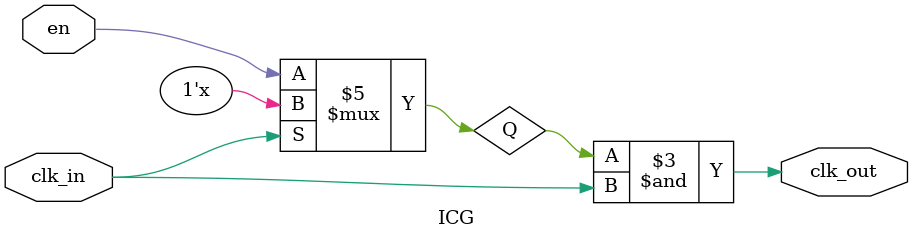
<source format=v>
module ICG(en, clk_in, clk_out);
  input en;
  input clk_in;
  output clk_out;

  wire en;
  wire clk_in;
  wire clk_out;

  reg Q;
  // latch
  always @ (en, clk_in)begin
    if(!clk_in)
      Q = en;
    else
      Q = Q;
  end

  // output 
  assign clk_out = Q & clk_in;
  
endmodule
</source>
